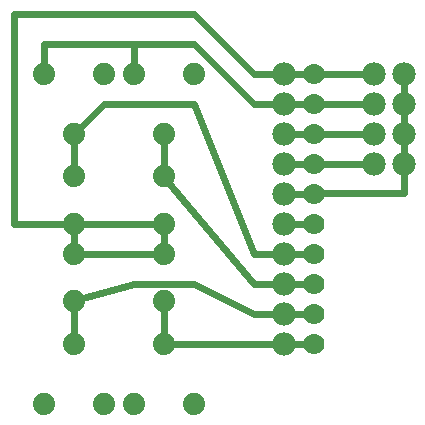
<source format=gbl>
G04 MADE WITH FRITZING*
G04 WWW.FRITZING.ORG*
G04 DOUBLE SIDED*
G04 HOLES PLATED*
G04 CONTOUR ON CENTER OF CONTOUR VECTOR*
%ASAXBY*%
%FSLAX23Y23*%
%MOIN*%
%OFA0B0*%
%SFA1.0B1.0*%
%ADD10C,0.078000*%
%ADD11C,0.074000*%
%ADD12C,0.070000*%
%ADD13C,0.024000*%
%LNCOPPER0*%
G90*
G70*
G54D10*
X1402Y1253D03*
X1402Y1153D03*
X1402Y1053D03*
X1402Y953D03*
X1302Y1253D03*
X1302Y1153D03*
X1302Y1053D03*
X1302Y953D03*
G54D11*
X502Y153D03*
X602Y353D03*
X702Y153D03*
X202Y153D03*
X302Y353D03*
X402Y153D03*
X702Y1253D03*
X602Y1053D03*
X502Y1253D03*
X402Y1253D03*
X302Y1053D03*
X202Y1253D03*
G54D10*
X1002Y1253D03*
X1002Y1153D03*
X1002Y1053D03*
X1002Y953D03*
X1002Y853D03*
X1002Y753D03*
X1002Y653D03*
X1002Y553D03*
X1002Y453D03*
X1002Y353D03*
G54D11*
X602Y653D03*
X602Y496D03*
X602Y753D03*
X602Y911D03*
X302Y653D03*
X302Y496D03*
X302Y753D03*
X302Y911D03*
G54D12*
X1102Y353D03*
X1102Y453D03*
X1102Y553D03*
X1102Y653D03*
X1102Y753D03*
X1102Y853D03*
X1102Y953D03*
X1102Y1053D03*
X1102Y1153D03*
X1102Y1253D03*
G54D13*
X1402Y1172D02*
X1402Y1234D01*
D02*
X1402Y1072D02*
X1402Y1134D01*
D02*
X1402Y972D02*
X1402Y1034D01*
D02*
X1283Y1253D02*
X1121Y1253D01*
D02*
X1283Y1153D02*
X1121Y1153D01*
D02*
X1283Y953D02*
X1121Y953D01*
D02*
X1283Y1053D02*
X1121Y1053D01*
D02*
X1402Y854D02*
X1121Y854D01*
D02*
X1402Y934D02*
X1402Y854D01*
D02*
X602Y736D02*
X602Y671D01*
D02*
X502Y1353D02*
X202Y1353D01*
D02*
X502Y1273D02*
X502Y1353D01*
D02*
X202Y1353D02*
X202Y1273D01*
D02*
X602Y478D02*
X602Y373D01*
D02*
X621Y353D02*
X1082Y353D01*
D02*
X584Y753D02*
X319Y753D01*
D02*
X402Y1153D02*
X702Y1153D01*
D02*
X702Y1153D02*
X902Y653D01*
D02*
X902Y653D02*
X1082Y653D01*
D02*
X316Y1067D02*
X402Y1153D01*
D02*
X302Y1034D02*
X302Y929D01*
D02*
X902Y1153D02*
X702Y1353D01*
D02*
X702Y1353D02*
X502Y1353D01*
D02*
X983Y1153D02*
X902Y1153D01*
D02*
X502Y1353D02*
X502Y1273D01*
D02*
X284Y753D02*
X102Y753D01*
D02*
X102Y753D02*
X102Y1453D01*
D02*
X102Y1453D02*
X702Y1453D01*
D02*
X902Y1253D02*
X983Y1253D01*
D02*
X702Y1453D02*
X902Y1253D01*
D02*
X1021Y1253D02*
X1082Y1253D01*
D02*
X1021Y1153D02*
X1082Y1153D01*
D02*
X1021Y1053D02*
X1082Y1053D01*
D02*
X1021Y953D02*
X1082Y953D01*
D02*
X1021Y853D02*
X1082Y853D01*
D02*
X1021Y753D02*
X1082Y753D01*
D02*
X1021Y653D02*
X1082Y653D01*
D02*
X1021Y553D02*
X1082Y553D01*
D02*
X1021Y453D02*
X1082Y453D01*
D02*
X1021Y353D02*
X1082Y353D01*
D02*
X302Y671D02*
X302Y736D01*
D02*
X584Y653D02*
X319Y653D01*
D02*
X302Y373D02*
X302Y478D01*
D02*
X602Y929D02*
X602Y1034D01*
D02*
X502Y553D02*
X702Y553D01*
D02*
X702Y553D02*
X902Y453D01*
D02*
X902Y453D02*
X983Y453D01*
D02*
X319Y501D02*
X502Y553D01*
D02*
X613Y897D02*
X902Y553D01*
D02*
X902Y553D02*
X983Y553D01*
G04 End of Copper0*
M02*
</source>
